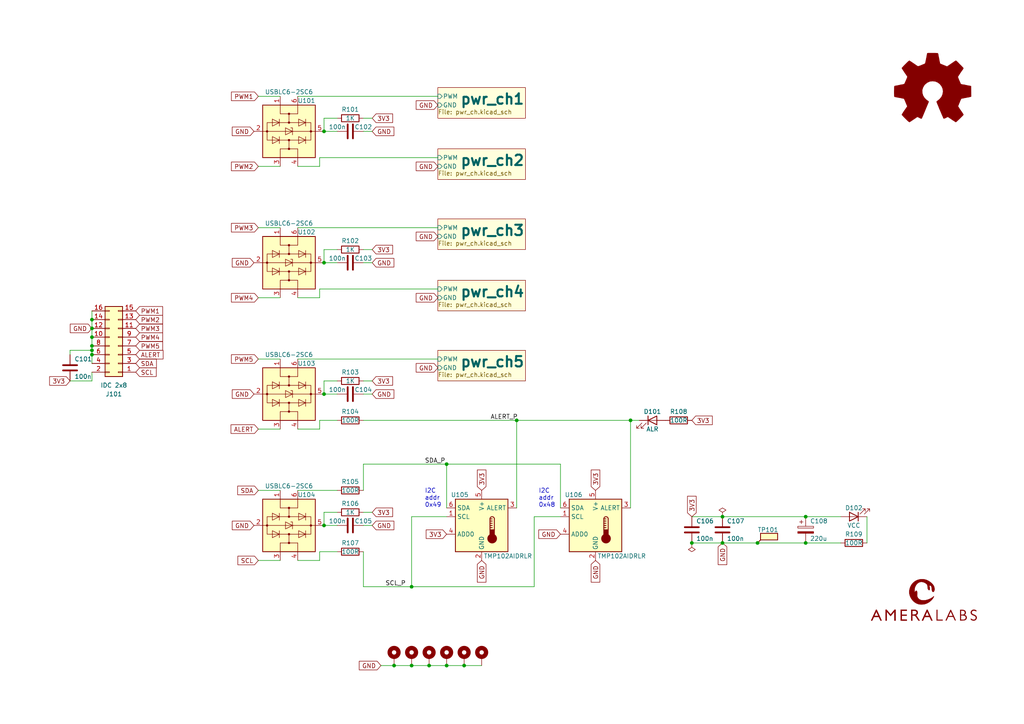
<source format=kicad_sch>
(kicad_sch (version 20211123) (generator eeschema)
  (paper "A4")
  (title_block (title "DZF-6020-UV-power-addon / power board") (date "2024-09-02") (rev "1.0"))
  (lib_symbols
    (symbol "-ameralab:logo_w_text" (pin_numbers hide) (pin_names (offset 1.016) hide))
    (symbol "Connector:TestPoint_Flag" (pin_numbers hide) (pin_names (offset 0.762) hide)
      (property "Reference" "TP" (at 3.429 1.778 0))
      (property "Value" "TestPoint_Flag" (at 3.302 4.191 0))
      (symbol "TestPoint_Flag_1_1"
        (pin passive line (at 0 0 90) (length 0) (name "1") (number "1"))
      )
    )
    (symbol "Connector_Generic:Conn_02x08_Odd_Even" (pin_names (offset 1.016) hide)
      (property "Reference" "J" (at 1.27 10.16 0))
      (property "Value" "Conn_02x08_Odd_Even" (at 1.27 -12.7 0))
      (symbol "Conn_02x08_Odd_Even_1_1"
        (pin passive line (at -5.08 7.62 0) (length 3.81) (name "Pin_1") (number "1"))
        (pin passive line (at 7.62 -2.54 180) (length 3.81) (name "Pin_10") (number "10"))
        (pin passive line (at -5.08 -5.08 0) (length 3.81) (name "Pin_11") (number "11"))
        (pin passive line (at 7.62 -5.08 180) (length 3.81) (name "Pin_12") (number "12"))
        (pin passive line (at -5.08 -7.62 0) (length 3.81) (name "Pin_13") (number "13"))
        (pin passive line (at 7.62 -7.62 180) (length 3.81) (name "Pin_14") (number "14"))
        (pin passive line (at -5.08 -10.16 0) (length 3.81) (name "Pin_15") (number "15"))
        (pin passive line (at 7.62 -10.16 180) (length 3.81) (name "Pin_16") (number "16"))
        (pin passive line (at 7.62 7.62 180) (length 3.81) (name "Pin_2") (number "2"))
        (pin passive line (at -5.08 5.08 0) (length 3.81) (name "Pin_3") (number "3"))
        (pin passive line (at 7.62 5.08 180) (length 3.81) (name "Pin_4") (number "4"))
        (pin passive line (at -5.08 2.54 0) (length 3.81) (name "Pin_5") (number "5"))
        (pin passive line (at 7.62 2.54 180) (length 3.81) (name "Pin_6") (number "6"))
        (pin passive line (at -5.08 0 0) (length 3.81) (name "Pin_7") (number "7"))
        (pin passive line (at 7.62 0 180) (length 3.81) (name "Pin_8") (number "8"))
        (pin passive line (at -5.08 -2.54 0) (length 3.81) (name "Pin_9") (number "9"))
      )
    )
    (symbol "Device:C" (pin_numbers hide) (pin_names (offset 0.254))
      (property "Reference" "C" (at 0.635 2.54 0))
      (property "Value" "C" (at 0.635 -2.54 0))
      (symbol "C_1_1"
        (pin passive line (at 0 3.81 270) (length 2.794) (name "~") (number "1"))
        (pin passive line (at 0 -3.81 90) (length 2.794) (name "~") (number "2"))
      )
    )
    (symbol "Device:C_Polarized" (pin_numbers hide) (pin_names (offset 0.254))
      (property "Reference" "C" (at 0.635 2.54 0))
      (property "Value" "C_Polarized" (at 0.635 -2.54 0))
      (symbol "C_Polarized_1_1"
        (pin passive line (at 0 3.81 270) (length 2.794) (name "~") (number "1"))
        (pin passive line (at 0 -3.81 90) (length 2.794) (name "~") (number "2"))
      )
    )
    (symbol "Device:LED" (pin_numbers hide) (pin_names (offset 1.016) hide)
      (property "Reference" "D" (at 0 2.54 0))
      (property "Value" "LED" (at 0 -2.54 0))
      (symbol "LED_1_1"
        (pin passive line (at -3.81 0 0) (length 2.54) (name "K") (number "1"))
        (pin passive line (at 3.81 0 180) (length 2.54) (name "A") (number "2"))
      )
    )
    (symbol "Device:R" (pin_numbers hide) (pin_names (offset 0))
      (property "Reference" "R" (at 2.032 0 90))
      (property "Value" "R" (at 0 0 90))
      (symbol "R_1_1"
        (pin passive line (at 0 3.81 270) (length 1.27) (name "~") (number "1"))
        (pin passive line (at 0 -3.81 90) (length 1.27) (name "~") (number "2"))
      )
    )
    (symbol "Graphic:Logo_Open_Hardware_Large" (pin_numbers hide) (pin_names (offset 1.016) hide))
    (symbol "Mechanical:MountingHole_Pad" (pin_numbers hide) (pin_names (offset 1.016) hide)
      (property "Reference" "H" (at 0 6.35 0))
      (property "Value" "MountingHole_Pad" (at 0 4.445 0))
      (symbol "MountingHole_Pad_1_1"
        (pin input line (at 0 -2.54 90) (length 2.54) (name "1") (number "1"))
      )
    )
    (symbol "Power_Protection:USBLC6-2SC6" (pin_names hide)
      (property "Reference" "U" (at 2.54 8.89 0))
      (property "Value" "USBLC6-2SC6" (at 2.54 -8.89 0))
      (symbol "USBLC6-2SC6_1_1"
        (pin passive line (at -10.16 -2.54 0) (length 2.54) (name "I/O1") (number "1"))
        (pin passive line (at 0 -10.16 90) (length 2.54) (name "GND") (number "2"))
        (pin passive line (at 10.16 -2.54 180) (length 2.54) (name "I/O2") (number "3"))
        (pin passive line (at 10.16 2.54 180) (length 2.54) (name "I/O2") (number "4"))
        (pin passive line (at 0 10.16 270) (length 2.54) (name "VBUS") (number "5"))
        (pin passive line (at -10.16 2.54 0) (length 2.54) (name "I/O1") (number "6"))
      )
    )
    (symbol "Sensor_Temperature:TMP102xxDRL"
      (property "Reference" "U" (at -2.54 10.795 0))
      (property "Value" "TMP102xxDRL" (at -2.54 8.89 0))
      (symbol "TMP102xxDRL_1_1"
        (pin input line (at -10.16 2.54 0) (length 2.54) (name "SCL") (number "1"))
        (pin power_in line (at 0 -10.16 90) (length 2.54) (name "GND") (number "2"))
        (pin open_collector line (at 10.16 5.08 180) (length 2.54) (name "ALERT") (number "3"))
        (pin input line (at -10.16 -2.54 0) (length 2.54) (name "ADD0") (number "4"))
        (pin power_in line (at 0 10.16 270) (length 2.54) (name "V+") (number "5"))
        (pin bidirectional line (at -10.16 5.08 0) (length 2.54) (name "SDA") (number "6"))
      )
    )
    (symbol "power:PWR_FLAG" (power) (pin_numbers hide) (pin_names (offset 0) hide)
      (property "Value" "PWR_FLAG" (at 0 3.81 0))
      (symbol "PWR_FLAG_0_0"
        (pin power_out line (at 0 0 90) (length 0) (name "pwr") (number "1"))
      )
    )
  )
  (junction (at 182.88 121.92))
  (junction (at 119.38 170.18))
  (junction (at 93.98 38.1))
  (junction (at 119.38 193.04))
  (junction (at 93.98 152.4))
  (junction (at 26.67 95.25))
  (junction (at 124.46 193.04))
  (junction (at 233.68 149.86))
  (junction (at 129.54 193.04))
  (junction (at 219.71 157.48))
  (junction (at 26.67 102.87))
  (junction (at 149.86 121.92))
  (junction (at 26.67 97.79))
  (junction (at 209.55 157.48))
  (junction (at 134.62 193.04))
  (junction (at 200.66 157.48))
  (junction (at 233.68 157.48))
  (junction (at 26.67 92.71))
  (junction (at 114.3 193.04))
  (junction (at 129.54 134.62))
  (junction (at 26.67 100.33))
  (junction (at 93.98 114.3))
  (junction (at 209.55 149.86))
  (junction (at 26.67 101.6))
  (junction (at 93.98 76.2))
  (wire (pts (xy 86.36 86.36) (xy 92.71 86.36)))
  (wire (pts (xy 119.38 193.04) (xy 124.46 193.04)))
  (wire (pts (xy 92.71 121.92) (xy 97.79 121.92)))
  (wire (pts (xy 251.46 149.86) (xy 251.46 157.48)))
  (wire (pts (xy 26.67 107.95) (xy 26.67 110.49)))
  (wire (pts (xy 107.95 152.4) (xy 105.41 152.4)))
  (wire (pts (xy 107.95 114.3) (xy 105.41 114.3)))
  (wire (pts (xy 105.41 134.62) (xy 105.41 142.24)))
  (wire (pts (xy 107.95 38.1) (xy 105.41 38.1)))
  (wire (pts (xy 154.94 170.18) (xy 154.94 149.86)))
  (wire (pts (xy 162.56 134.62) (xy 129.54 134.62)))
  (wire (pts (xy 92.71 48.26) (xy 92.71 45.72)))
  (wire (pts (xy 86.36 124.46) (xy 92.71 124.46)))
  (wire (pts (xy 26.67 97.79) (xy 26.67 95.25)))
  (wire (pts (xy 233.68 157.48) (xy 243.84 157.48)))
  (wire (pts (xy 134.62 193.04) (xy 139.7 193.04)))
  (wire (pts (xy 86.36 142.24) (xy 97.79 142.24)))
  (wire (pts (xy 129.54 193.04) (xy 134.62 193.04)))
  (wire (pts (xy 92.71 124.46) (xy 92.71 121.92)))
  (wire (pts (xy 209.55 149.86) (xy 233.68 149.86)))
  (wire (pts (xy 129.54 134.62) (xy 129.54 147.32)))
  (wire (pts (xy 86.36 104.14) (xy 127 104.14)))
  (wire (pts (xy 107.95 34.29) (xy 105.41 34.29)))
  (wire (pts (xy 119.38 149.86) (xy 119.38 170.18)))
  (wire (pts (xy 92.71 162.56) (xy 92.71 160.02)))
  (wire (pts (xy 74.93 86.36) (xy 81.28 86.36)))
  (wire (pts (xy 182.88 121.92) (xy 185.42 121.92)))
  (wire (pts (xy 107.95 76.2) (xy 105.41 76.2)))
  (wire (pts (xy 105.41 121.92) (xy 149.86 121.92)))
  (wire (pts (xy 93.98 38.1) (xy 97.79 38.1)))
  (wire (pts (xy 26.67 102.87) (xy 26.67 101.6)))
  (wire (pts (xy 86.36 162.56) (xy 92.71 162.56)))
  (wire (pts (xy 93.98 110.49) (xy 93.98 114.3)))
  (wire (pts (xy 209.55 157.48) (xy 219.71 157.48)))
  (wire (pts (xy 149.86 121.92) (xy 182.88 121.92)))
  (wire (pts (xy 154.94 149.86) (xy 162.56 149.86)))
  (wire (pts (xy 74.93 27.94) (xy 81.28 27.94)))
  (wire (pts (xy 97.79 34.29) (xy 93.98 34.29)))
  (wire (pts (xy 114.3 193.04) (xy 119.38 193.04)))
  (wire (pts (xy 149.86 121.92) (xy 149.86 147.32)))
  (wire (pts (xy 107.95 148.59) (xy 105.41 148.59)))
  (wire (pts (xy 93.98 34.29) (xy 93.98 38.1)))
  (wire (pts (xy 26.67 105.41) (xy 26.67 102.87)))
  (wire (pts (xy 86.36 27.94) (xy 127 27.94)))
  (wire (pts (xy 219.71 157.48) (xy 233.68 157.48)))
  (wire (pts (xy 74.93 48.26) (xy 81.28 48.26)))
  (wire (pts (xy 200.66 157.48) (xy 209.55 157.48)))
  (wire (pts (xy 110.49 193.04) (xy 114.3 193.04)))
  (wire (pts (xy 86.36 48.26) (xy 92.71 48.26)))
  (wire (pts (xy 92.71 86.36) (xy 92.71 83.82)))
  (wire (pts (xy 97.79 72.39) (xy 93.98 72.39)))
  (wire (pts (xy 92.71 160.02) (xy 97.79 160.02)))
  (wire (pts (xy 97.79 110.49) (xy 93.98 110.49)))
  (wire (pts (xy 233.68 149.86) (xy 243.84 149.86)))
  (wire (pts (xy 26.67 100.33) (xy 26.67 97.79)))
  (wire (pts (xy 86.36 66.04) (xy 127 66.04)))
  (wire (pts (xy 105.41 170.18) (xy 119.38 170.18)))
  (wire (pts (xy 119.38 170.18) (xy 154.94 170.18)))
  (wire (pts (xy 26.67 90.17) (xy 26.67 92.71)))
  (wire (pts (xy 200.66 149.86) (xy 209.55 149.86)))
  (wire (pts (xy 93.98 76.2) (xy 97.79 76.2)))
  (wire (pts (xy 20.32 101.6) (xy 26.67 101.6)))
  (wire (pts (xy 74.93 66.04) (xy 81.28 66.04)))
  (wire (pts (xy 26.67 110.49) (xy 20.32 110.49)))
  (wire (pts (xy 129.54 149.86) (xy 119.38 149.86)))
  (wire (pts (xy 97.79 148.59) (xy 93.98 148.59)))
  (wire (pts (xy 93.98 152.4) (xy 97.79 152.4)))
  (wire (pts (xy 105.41 160.02) (xy 105.41 170.18)))
  (wire (pts (xy 26.67 95.25) (xy 26.67 92.71)))
  (wire (pts (xy 162.56 147.32) (xy 162.56 134.62)))
  (wire (pts (xy 129.54 134.62) (xy 105.41 134.62)))
  (wire (pts (xy 93.98 114.3) (xy 97.79 114.3)))
  (wire (pts (xy 107.95 110.49) (xy 105.41 110.49)))
  (wire (pts (xy 20.32 102.87) (xy 20.32 101.6)))
  (wire (pts (xy 107.95 72.39) (xy 105.41 72.39)))
  (wire (pts (xy 124.46 193.04) (xy 129.54 193.04)))
  (wire (pts (xy 26.67 101.6) (xy 26.67 100.33)))
  (wire (pts (xy 93.98 148.59) (xy 93.98 152.4)))
  (wire (pts (xy 74.93 162.56) (xy 81.28 162.56)))
  (wire (pts (xy 74.93 142.24) (xy 81.28 142.24)))
  (wire (pts (xy 93.98 72.39) (xy 93.98 76.2)))
  (wire (pts (xy 74.93 124.46) (xy 81.28 124.46)))
  (wire (pts (xy 92.71 83.82) (xy 127 83.82)))
  (wire (pts (xy 182.88 121.92) (xy 182.88 147.32)))
  (wire (pts (xy 74.93 104.14) (xy 81.28 104.14)))
  (wire (pts (xy 92.71 45.72) (xy 127 45.72)))
  (text "I2C\naddr\n0x48" (at 156.21 147.32 0) (effects (font (size 1.27 1.27)) (justify left bottom)))
  (text "I2C\naddr\n0x49" (at 123.19 147.32 0) (effects (font (size 1.27 1.27)) (justify left bottom)))
  (label "SDA_P" (at 123.19 134.62 0))
  (label "ALERT_P" (at 142.24 121.92 0))
  (label "SCL_P" (at 111.76 170.18 0))
  (global_label "GND" (shape input) (at 139.7 162.56 270) (property "Intersheet References" "${INTERSHEET_REFS}" (effects hide)))
  (global_label "GND" (shape input) (at 73.66 152.4 180) (property "Intersheet References" "${INTERSHEET_REFS}" (effects hide)))
  (global_label "ALERT" (shape input) (at 74.93 124.46 180) (property "Intersheet References" "${INTERSHEET_REFS}" (effects hide)))
  (global_label "GND" (shape input) (at 26.67 95.25 180) (property "Intersheet References" "${INTERSHEET_REFS}" (effects hide)))
  (global_label "PWM5" (shape input) (at 39.37 100.33 0) (property "Intersheet References" "${INTERSHEET_REFS}" (effects hide)))
  (global_label "PWM2" (shape input) (at 39.37 92.71 0) (property "Intersheet References" "${INTERSHEET_REFS}" (effects hide)))
  (global_label "SCL" (shape input) (at 39.37 107.95 0) (property "Intersheet References" "${INTERSHEET_REFS}" (effects hide)))
  (global_label "GND" (shape input) (at 107.95 38.1 0) (property "Intersheet References" "${INTERSHEET_REFS}" (effects hide)))
  (global_label "GND" (shape input) (at 73.66 114.3 180) (property "Intersheet References" "${INTERSHEET_REFS}" (effects hide)))
  (global_label "GND" (shape input) (at 127 68.58 180) (property "Intersheet References" "${INTERSHEET_REFS}" (effects hide)))
  (global_label "GND" (shape input) (at 107.95 152.4 0) (property "Intersheet References" "${INTERSHEET_REFS}" (effects hide)))
  (global_label "3V3" (shape input) (at 129.54 154.94 180) (property "Intersheet References" "${INTERSHEET_REFS}" (effects hide)))
  (global_label "PWM1" (shape input) (at 39.37 90.17 0) (property "Intersheet References" "${INTERSHEET_REFS}" (effects hide)))
  (global_label "PWM3" (shape input) (at 39.37 95.25 0) (property "Intersheet References" "${INTERSHEET_REFS}" (effects hide)))
  (global_label "GND" (shape input) (at 73.66 38.1 180) (property "Intersheet References" "${INTERSHEET_REFS}" (effects hide)))
  (global_label "PWM4" (shape input) (at 39.37 97.79 0) (property "Intersheet References" "${INTERSHEET_REFS}" (effects hide)))
  (global_label "3V3" (shape input) (at 172.72 142.24 90) (property "Intersheet References" "${INTERSHEET_REFS}" (effects hide)))
  (global_label "GND" (shape input) (at 110.49 193.04 180) (property "Intersheet References" "${INTERSHEET_REFS}" (effects hide)))
  (global_label "PWM3" (shape input) (at 74.93 66.04 180) (property "Intersheet References" "${INTERSHEET_REFS}" (effects hide)))
  (global_label "3V3" (shape input) (at 139.7 142.24 90) (property "Intersheet References" "${INTERSHEET_REFS}" (effects hide)))
  (global_label "PWM2" (shape input) (at 74.93 48.26 180) (property "Intersheet References" "${INTERSHEET_REFS}" (effects hide)))
  (global_label "GND" (shape input) (at 162.56 154.94 180) (property "Intersheet References" "${INTERSHEET_REFS}" (effects hide)))
  (global_label "3V3" (shape input) (at 107.95 34.29 0) (property "Intersheet References" "${INTERSHEET_REFS}" (effects hide)))
  (global_label "GND" (shape input) (at 127 86.36 180) (property "Intersheet References" "${INTERSHEET_REFS}" (effects hide)))
  (global_label "3V3" (shape input) (at 200.66 149.86 90) (property "Intersheet References" "${INTERSHEET_REFS}" (effects hide)))
  (global_label "GND" (shape input) (at 107.95 114.3 0) (property "Intersheet References" "${INTERSHEET_REFS}" (effects hide)))
  (global_label "GND" (shape input) (at 127 106.68 180) (property "Intersheet References" "${INTERSHEET_REFS}" (effects hide)))
  (global_label "3V3" (shape input) (at 20.32 110.49 180) (property "Intersheet References" "${INTERSHEET_REFS}" (effects hide)))
  (global_label "GND" (shape input) (at 172.72 162.56 270) (property "Intersheet References" "${INTERSHEET_REFS}" (effects hide)))
  (global_label "3V3" (shape input) (at 107.95 72.39 0) (property "Intersheet References" "${INTERSHEET_REFS}" (effects hide)))
  (global_label "3V3" (shape input) (at 200.66 121.92 0) (property "Intersheet References" "${INTERSHEET_REFS}" (effects hide)))
  (global_label "ALERT" (shape input) (at 39.37 102.87 0) (property "Intersheet References" "${INTERSHEET_REFS}" (effects hide)))
  (global_label "GND" (shape input) (at 127 48.26 180) (property "Intersheet References" "${INTERSHEET_REFS}" (effects hide)))
  (global_label "GND" (shape input) (at 73.66 76.2 180) (property "Intersheet References" "${INTERSHEET_REFS}" (effects hide)))
  (global_label "GND" (shape input) (at 209.55 157.48 270) (property "Intersheet References" "${INTERSHEET_REFS}" (effects hide)))
  (global_label "PWM1" (shape input) (at 74.93 27.94 180) (property "Intersheet References" "${INTERSHEET_REFS}" (effects hide)))
  (global_label "GND" (shape input) (at 107.95 76.2 0) (property "Intersheet References" "${INTERSHEET_REFS}" (effects hide)))
  (global_label "3V3" (shape input) (at 107.95 110.49 0) (property "Intersheet References" "${INTERSHEET_REFS}" (effects hide)))
  (global_label "PWM5" (shape input) (at 74.93 104.14 180) (property "Intersheet References" "${INTERSHEET_REFS}" (effects hide)))
  (global_label "SCL" (shape input) (at 74.93 162.56 180) (property "Intersheet References" "${INTERSHEET_REFS}" (effects hide)))
  (global_label "PWM4" (shape input) (at 74.93 86.36 180) (property "Intersheet References" "${INTERSHEET_REFS}" (effects hide)))
  (global_label "GND" (shape input) (at 127 30.48 180) (property "Intersheet References" "${INTERSHEET_REFS}" (effects hide)))
  (global_label "3V3" (shape input) (at 107.95 148.59 0) (property "Intersheet References" "${INTERSHEET_REFS}" (effects hide)))
  (global_label "SDA" (shape input) (at 39.37 105.41 0) (property "Intersheet References" "${INTERSHEET_REFS}" (effects hide)))
  (global_label "SDA" (shape input) (at 74.93 142.24 180) (property "Intersheet References" "${INTERSHEET_REFS}" (effects hide)))
  (symbol (lib_id "Device:C") (at 200.66 153.67 0) (unit 1)
    (property "Reference" "C106" (at 201.93 151.13 0) (effects (justify left)))
    (property "Value" "100n" (at 201.93 156.21 0) (effects (justify left)))
    (property "Footprint" "Capacitor_SMD:C_0805_2012Metric_Pad1.18x1.45mm_HandSolder" (effects hide))
    (property "lcsc#" "C476766" (effects hide))
  )
  (symbol (lib_id "Sensor_Temperature:TMP102xxDRL") (at 172.72 152.4 0) (unit 1)
    (property "Reference" "U106" (at 166.37 143.51 0))
    (property "Value" "TMP102AIDRLR" (at 180.34 161.29 0))
    (property "Footprint" "Package_TO_SOT_SMD:SOT-563" (effects hide))
    (property "Datasheet" "https://www.ti.com/lit/ds/symlink/tmp102.pdf" (effects hide))
    (property "lcsc#" "C99269" (effects hide))
  )
  (symbol (lib_id "Connector_Generic:Conn_02x08_Odd_Even") (at 34.29 100.33 180) (unit 1)
    (property "Reference" "J101" (at 33.02 114.3 0))
    (property "Value" "IDC 2x8" (at 33.02 111.76 0))
    (property "Footprint" "Connector_IDC:IDC-Header_2x08_P2.54mm_Vertical" (effects hide))
    (property "jlc-part-type" "E" (effects hide))
    (property "lcsc#" "C3406" (effects hide))
  )
  (symbol (lib_id "Power_Protection:USBLC6-2SC6") (at 83.82 76.2 270) (unit 1)
    (property "Reference" "U102" (at 88.9 67.31 90))
    (property "Value" "USBLC6-2SC6" (at 83.82 64.77 90))
    (property "Footprint" "Package_TO_SOT_SMD:SOT-23-6" (effects hide))
    (property "Datasheet" "https://www.st.com/resource/en/datasheet/usblc6-2.pdf" (effects hide))
    (property "lcsc#" "C7519" (effects hide))
  )
  (symbol (lib_id "Device:R") (at 247.65 157.48 90) (unit 1)
    (property "Reference" "R109" (at 247.65 154.94 90))
    (property "Value" "100R" (at 247.65 157.48 90))
    (property "Footprint" "Resistor_SMD:R_0805_2012Metric_Pad1.20x1.40mm_HandSolder" (effects hide))
  )
  (symbol (lib_id "Connector:TestPoint_Flag") (at 219.71 157.48 0) (unit 1) (in_bom no)
    (property "Reference" "TP101" (at 219.71 153.67 0) (effects (justify left)))
    (property "Value" "TP_GND" (effects hide))
    (property "Footprint" "TestPoint:TestPoint_Loop_D2.60mm_Drill1.6mm_Beaded" (effects hide))
    (property "lcsc#" "C5199808" (effects hide))
  )
  (symbol (lib_id "Mechanical:MountingHole_Pad") (at 129.54 190.5 0) (unit 1) (in_bom no)
    (property "Reference" "H104" (effects hide))
    (property "Value" "MountingHole_Pad" (effects hide))
    (property "Footprint" "MountingHole:MountingHole_3.2mm_M3_Pad_Via" (effects hide))
  )
  (symbol (lib_id "Device:LED") (at 247.65 149.86 180) (unit 1)
    (property "Reference" "D102" (at 247.65 147.32 0))
    (property "Value" "VCC" (at 247.65 152.4 0))
    (property "Footprint" "LED_SMD:LED_0805_2012Metric_Pad1.15x1.40mm_HandSolder" (effects hide))
    (property "lcsc#" "C965815" (effects hide))
  )
  (symbol (lib_id "-ameralab:logo_w_text") (at 267.97 173.99 0) (unit 1) (in_bom no)
    (property "Reference" "G101" (effects hide))
    (property "Value" "logo_w_text" (effects hide))
    (property "Footprint" "-local:logo_ameralab_w_text_30x12_silk" (effects hide))
  )
  (symbol (lib_id "Device:C") (at 101.6 76.2 90) (unit 1)
    (property "Reference" "C103" (at 107.95 74.93 90) (effects (justify left)))
    (property "Value" "100n" (at 100.33 74.93 90) (effects (justify left)))
    (property "Footprint" "Capacitor_SMD:C_0805_2012Metric_Pad1.18x1.45mm_HandSolder" (effects hide))
    (property "lcsc#" "C476766" (effects hide))
  )
  (symbol (lib_id "Device:LED") (at 189.23 121.92 0) (unit 1)
    (property "Reference" "D101" (at 189.23 119.38 0))
    (property "Value" "ALR" (at 189.23 124.46 0))
    (property "Footprint" "LED_SMD:LED_0805_2012Metric_Pad1.15x1.40mm_HandSolder" (effects hide))
    (property "lcsc#" "C965812" (effects hide))
  )
  (symbol (lib_id "Device:R") (at 101.6 148.59 90) (unit 1)
    (property "Reference" "R106" (at 101.6 146.05 90))
    (property "Value" "1K" (at 101.6 148.59 90))
    (property "Footprint" "Resistor_SMD:R_0805_2012Metric_Pad1.20x1.40mm_HandSolder" (effects hide))
  )
  (symbol (lib_id "Mechanical:MountingHole_Pad") (at 124.46 190.5 0) (unit 1) (in_bom no)
    (property "Reference" "H103" (effects hide))
    (property "Value" "MountingHole_Pad" (effects hide))
    (property "Footprint" "MountingHole:MountingHole_3.2mm_M3_Pad_Via" (effects hide))
  )
  (symbol (lib_id "Device:C") (at 101.6 38.1 90) (unit 1)
    (property "Reference" "C102" (at 107.95 36.83 90) (effects (justify left)))
    (property "Value" "100n" (at 100.33 36.83 90) (effects (justify left)))
    (property "Footprint" "Capacitor_SMD:C_0805_2012Metric_Pad1.18x1.45mm_HandSolder" (effects hide))
    (property "lcsc#" "C476766" (effects hide))
  )
  (symbol (lib_id "Mechanical:MountingHole_Pad") (at 114.3 190.5 0) (unit 1) (in_bom no)
    (property "Reference" "H101" (effects hide))
    (property "Value" "MountingHole_Pad" (effects hide))
    (property "Footprint" "MountingHole:MountingHole_3.2mm_M3_Pad_Via" (effects hide))
  )
  (symbol (lib_id "Device:R") (at 101.6 34.29 90) (unit 1)
    (property "Reference" "R101" (at 101.6 31.75 90))
    (property "Value" "1K" (at 101.6 34.29 90))
    (property "Footprint" "Resistor_SMD:R_0805_2012Metric_Pad1.20x1.40mm_HandSolder" (effects hide))
  )
  (symbol (lib_id "Device:C") (at 101.6 114.3 90) (unit 1)
    (property "Reference" "C104" (at 107.95 113.03 90) (effects (justify left)))
    (property "Value" "100n" (at 100.33 113.03 90) (effects (justify left)))
    (property "Footprint" "Capacitor_SMD:C_0805_2012Metric_Pad1.18x1.45mm_HandSolder" (effects hide))
    (property "lcsc#" "C476766" (effects hide))
  )
  (symbol (lib_id "Device:C") (at 101.6 152.4 90) (unit 1)
    (property "Reference" "C105" (at 107.95 151.13 90) (effects (justify left)))
    (property "Value" "100n" (at 100.33 151.13 90) (effects (justify left)))
    (property "Footprint" "Capacitor_SMD:C_0805_2012Metric_Pad1.18x1.45mm_HandSolder" (effects hide))
    (property "lcsc#" "C476766" (effects hide))
  )
  (symbol (lib_id "power:PWR_FLAG") (at 209.55 149.86 0) (unit 1)
    (property "Reference" "#FLG0102" (effects hide))
    (property "Value" "PWR_FLAG" (effects hide))
  )
  (symbol (lib_id "Mechanical:MountingHole_Pad") (at 119.38 190.5 0) (unit 1) (in_bom no)
    (property "Reference" "H102" (effects hide))
    (property "Value" "MountingHole_Pad" (effects hide))
    (property "Footprint" "MountingHole:MountingHole_3.2mm_M3_Pad_Via" (effects hide))
  )
  (symbol (lib_id "Device:C_Polarized") (at 233.68 153.67 0) (unit 1)
    (property "Reference" "C108" (at 234.95 151.13 0) (effects (justify left)))
    (property "Value" "220u" (at 234.95 156.21 0) (effects (justify left)))
    (property "Footprint" "Capacitor_SMD:CP_Elec_10x10.5" (effects hide))
  )
  (symbol (lib_id "Device:R") (at 101.6 160.02 90) (unit 1)
    (property "Reference" "R107" (at 101.6 157.48 90))
    (property "Value" "100R" (at 101.6 160.02 90))
    (property "Footprint" "Resistor_SMD:R_0805_2012Metric_Pad1.20x1.40mm_HandSolder" (effects hide))
  )
  (symbol (lib_id "Device:R") (at 101.6 110.49 90) (unit 1)
    (property "Reference" "R103" (at 101.6 107.95 90))
    (property "Value" "1K" (at 101.6 110.49 90))
    (property "Footprint" "Resistor_SMD:R_0805_2012Metric_Pad1.20x1.40mm_HandSolder" (effects hide))
  )
  (symbol (lib_id "Power_Protection:USBLC6-2SC6") (at 83.82 114.3 270) (unit 1)
    (property "Reference" "U103" (at 88.9 105.41 90))
    (property "Value" "USBLC6-2SC6" (at 83.82 102.87 90))
    (property "Footprint" "Package_TO_SOT_SMD:SOT-23-6" (effects hide))
    (property "Datasheet" "https://www.st.com/resource/en/datasheet/usblc6-2.pdf" (effects hide))
    (property "lcsc#" "C7519" (effects hide))
  )
  (symbol (lib_id "Device:C") (at 20.32 106.68 0) (unit 1)
    (property "Reference" "C101" (at 21.59 104.14 0) (effects (justify left)))
    (property "Value" "100n" (at 21.59 109.22 0) (effects (justify left)))
    (property "Footprint" "Capacitor_SMD:C_0805_2012Metric_Pad1.18x1.45mm_HandSolder" (effects hide))
    (property "lcsc#" "C476766" (effects hide))
  )
  (symbol (lib_id "Device:C") (at 209.55 153.67 0) (unit 1)
    (property "Reference" "C107" (at 210.82 151.13 0) (effects (justify left)))
    (property "Value" "100n" (at 210.82 156.21 0) (effects (justify left)))
    (property "Footprint" "Capacitor_SMD:C_0805_2012Metric_Pad1.18x1.45mm_HandSolder" (effects hide))
    (property "lcsc#" "C476766" (effects hide))
  )
  (symbol (lib_id "power:PWR_FLAG") (at 200.66 157.48 180) (unit 1)
    (property "Reference" "#FLG0101" (effects hide))
    (property "Value" "PWR_FLAG" (effects hide))
  )
  (symbol (lib_id "Graphic:Logo_Open_Hardware_Large") (at 270.51 26.67 0) (unit 1) (in_bom no)
    (property "Reference" "G102" (effects hide))
    (property "Value" "Logo_Open_Hardware_Large" (effects hide))
    (property "Footprint" "Symbol:OSHW-Symbol_6.7x6mm_SilkScreen" (effects hide))
    (property "jlc-part-type" "-" (effects hide))
  )
  (symbol (lib_id "Device:R") (at 101.6 72.39 90) (unit 1)
    (property "Reference" "R102" (at 101.6 69.85 90))
    (property "Value" "1K" (at 101.6 72.39 90))
    (property "Footprint" "Resistor_SMD:R_0805_2012Metric_Pad1.20x1.40mm_HandSolder" (effects hide))
  )
  (symbol (lib_id "Sensor_Temperature:TMP102xxDRL") (at 139.7 152.4 0) (unit 1)
    (property "Reference" "U105" (at 133.35 143.51 0))
    (property "Value" "TMP102AIDRLR" (at 147.32 161.29 0))
    (property "Footprint" "Package_TO_SOT_SMD:SOT-563" (effects hide))
    (property "Datasheet" "https://www.ti.com/lit/ds/symlink/tmp102.pdf" (effects hide))
    (property "lcsc#" "C99269" (effects hide))
  )
  (symbol (lib_id "Device:R") (at 196.85 121.92 90) (unit 1)
    (property "Reference" "R108" (at 196.85 119.38 90))
    (property "Value" "100R" (at 196.85 121.92 90))
    (property "Footprint" "Resistor_SMD:R_0805_2012Metric_Pad1.20x1.40mm_HandSolder" (effects hide))
  )
  (symbol (lib_id "Power_Protection:USBLC6-2SC6") (at 83.82 38.1 270) (unit 1)
    (property "Reference" "U101" (at 88.9 29.21 90))
    (property "Value" "USBLC6-2SC6" (at 83.82 26.67 90))
    (property "Footprint" "Package_TO_SOT_SMD:SOT-23-6" (effects hide))
    (property "Datasheet" "https://www.st.com/resource/en/datasheet/usblc6-2.pdf" (effects hide))
    (property "lcsc#" "C7519" (effects hide))
  )
  (symbol (lib_id "Power_Protection:USBLC6-2SC6") (at 83.82 152.4 270) (unit 1)
    (property "Reference" "U104" (at 88.9 143.51 90))
    (property "Value" "USBLC6-2SC6" (at 83.82 140.97 90))
    (property "Footprint" "Package_TO_SOT_SMD:SOT-23-6" (effects hide))
    (property "Datasheet" "https://www.st.com/resource/en/datasheet/usblc6-2.pdf" (effects hide))
    (property "lcsc#" "C7519" (effects hide))
  )
  (symbol (lib_id "Device:R") (at 101.6 142.24 90) (unit 1)
    (property "Reference" "R105" (at 101.6 139.7 90))
    (property "Value" "100R" (at 101.6 142.24 90))
    (property "Footprint" "Resistor_SMD:R_0805_2012Metric_Pad1.20x1.40mm_HandSolder" (effects hide))
  )
  (symbol (lib_id "Mechanical:MountingHole_Pad") (at 139.7 190.5 0) (unit 1) (in_bom no)
    (property "Reference" "H106" (effects hide))
    (property "Value" "MountingHole_Pad" (effects hide))
    (property "Footprint" "MountingHole:MountingHole_3.2mm_M3_Pad_Via" (effects hide))
  )
  (symbol (lib_id "Mechanical:MountingHole_Pad") (at 134.62 190.5 0) (unit 1) (in_bom no)
    (property "Reference" "H105" (effects hide))
    (property "Value" "MountingHole_Pad" (effects hide))
    (property "Footprint" "MountingHole:MountingHole_3.2mm_M3_Pad_Via" (effects hide))
  )
  (symbol (lib_id "Device:R") (at 101.6 121.92 90) (unit 1)
    (property "Reference" "R104" (at 101.6 119.38 90))
    (property "Value" "100R" (at 101.6 121.92 90))
    (property "Footprint" "Resistor_SMD:R_0805_2012Metric_Pad1.20x1.40mm_HandSolder" (effects hide))
  )
  (sheet (at 127 101.6) (size 25.4 8.89) (stroke (width 0.1524)) (fill (color 255 255 221 1.0000))
    (property "Sheet name" "pwr_ch5" (at 133.35 106.68 0) (effects (font (size 3 3) bold) (justify left bottom)))
    (property "Sheet file" "pwr_ch.kicad_sch" (at 127 107.95 0) (effects (justify left top)))
    (pin "PWM" input (at 127 104.14 180))
    (pin "GND" input (at 127 106.68 180))
  )
  (sheet (at 127 81.28) (size 25.4 8.89) (stroke (width 0.1524)) (fill (color 255 255 221 1.0000))
    (property "Sheet name" "pwr_ch4" (at 133.35 86.36 0) (effects (font (size 3 3) bold) (justify left bottom)))
    (property "Sheet file" "pwr_ch.kicad_sch" (at 127 87.63 0) (effects (justify left top)))
    (pin "PWM" input (at 127 83.82 180))
    (pin "GND" input (at 127 86.36 180))
  )
  (sheet (at 127 25.4) (size 25.4 8.89) (stroke (width 0.1524)) (fill (color 255 255 221 1.0000))
    (property "Sheet name" "pwr_ch1" (at 133.35 30.48 0) (effects (font (size 3 3) bold) (justify left bottom)))
    (property "Sheet file" "pwr_ch.kicad_sch" (at 127 31.75 0) (effects (justify left top)))
    (pin "PWM" input (at 127 27.94 180))
    (pin "GND" input (at 127 30.48 180))
  )
  (sheet (at 127 43.18) (size 25.4 8.89) (stroke (width 0.1524)) (fill (color 255 255 221 1.0000))
    (property "Sheet name" "pwr_ch2" (at 133.35 48.26 0) (effects (font (size 3 3) bold) (justify left bottom)))
    (property "Sheet file" "pwr_ch.kicad_sch" (at 127 49.53 0) (effects (justify left top)))
    (pin "PWM" input (at 127 45.72 180))
    (pin "GND" input (at 127 48.26 180))
  )
  (sheet (at 127 63.5) (size 25.4 8.89) (stroke (width 0.1524)) (fill (color 255 255 221 1.0000))
    (property "Sheet name" "pwr_ch3" (at 133.35 68.58 0) (effects (font (size 3 3) bold) (justify left bottom)))
    (property "Sheet file" "pwr_ch.kicad_sch" (at 127 69.85 0) (effects (justify left top)))
    (pin "PWM" input (at 127 66.04 180))
    (pin "GND" input (at 127 68.58 180))
  )
)
</source>
